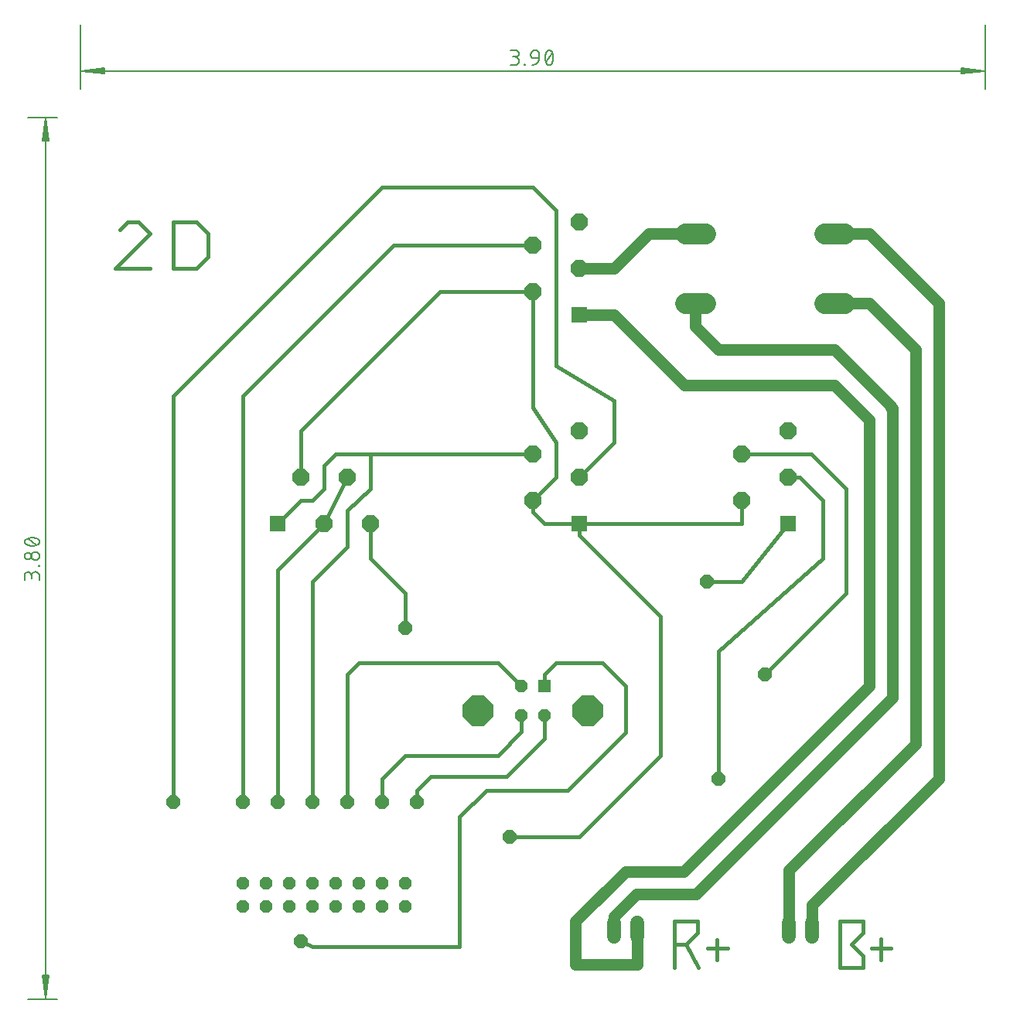
<source format=gbr>
G04 EAGLE Gerber RS-274X export*
G75*
%MOIN*%
%FSLAX34Y34*%
%LPD*%
%INTop Copper*%
%IPPOS*%
%AMOC8*
5,1,8,0,0,1.08239X$1,22.5*%
G01*
%ADD10C,0.005118*%
%ADD11C,0.006000*%
%ADD12P,0.060614X8X22.500000*%
%ADD13C,0.060000*%
%ADD14R,0.070866X0.070866*%
%ADD15P,0.076705X8X22.500000*%
%ADD16P,0.076705X8X292.500000*%
%ADD17P,0.060852X8X22.500000*%
%ADD18R,0.056220X0.056220*%
%ADD19P,0.141307X8X22.500000*%
%ADD20C,0.088500*%
%ADD21P,0.064262X8X202.500000*%
%ADD22C,0.016000*%
%ADD23C,0.050000*%


D10*
X-3000Y0D02*
X-4268Y0D01*
X-4268Y38000D02*
X-3000Y38000D01*
X-3500Y37974D02*
X-3500Y26D01*
X-3626Y1024D01*
X-3374Y1024D01*
X-3500Y26D01*
X-3551Y1024D01*
X-3449Y1024D02*
X-3500Y26D01*
X-3602Y1024D01*
X-3398Y1024D02*
X-3500Y26D01*
X-3626Y36976D02*
X-3500Y37974D01*
X-3626Y36976D02*
X-3374Y36976D01*
X-3500Y37974D01*
X-3551Y36976D01*
X-3449Y36976D02*
X-3500Y37974D01*
X-3602Y36976D01*
X-3398Y36976D02*
X-3500Y37974D01*
D11*
X-3756Y18231D02*
X-3756Y18053D01*
X-3756Y18231D02*
X-3758Y18256D01*
X-3763Y18281D01*
X-3772Y18305D01*
X-3784Y18327D01*
X-3799Y18348D01*
X-3817Y18366D01*
X-3838Y18381D01*
X-3860Y18393D01*
X-3884Y18402D01*
X-3909Y18407D01*
X-3934Y18409D01*
X-3959Y18407D01*
X-3984Y18402D01*
X-4008Y18393D01*
X-4030Y18381D01*
X-4051Y18366D01*
X-4069Y18348D01*
X-4084Y18327D01*
X-4096Y18305D01*
X-4105Y18281D01*
X-4110Y18256D01*
X-4112Y18231D01*
X-4396Y18266D02*
X-4396Y18053D01*
X-4396Y18266D02*
X-4394Y18288D01*
X-4389Y18310D01*
X-4381Y18330D01*
X-4369Y18349D01*
X-4354Y18366D01*
X-4337Y18381D01*
X-4318Y18393D01*
X-4298Y18401D01*
X-4276Y18406D01*
X-4254Y18408D01*
X-4232Y18406D01*
X-4210Y18401D01*
X-4190Y18393D01*
X-4171Y18381D01*
X-4154Y18366D01*
X-4139Y18349D01*
X-4127Y18330D01*
X-4119Y18310D01*
X-4114Y18288D01*
X-4112Y18266D01*
X-4112Y18124D01*
X-3792Y18644D02*
X-3756Y18644D01*
X-3792Y18644D02*
X-3792Y18679D01*
X-3756Y18679D01*
X-3756Y18644D01*
X-3934Y18914D02*
X-3959Y18916D01*
X-3984Y18921D01*
X-4008Y18930D01*
X-4030Y18942D01*
X-4051Y18957D01*
X-4069Y18975D01*
X-4084Y18996D01*
X-4096Y19018D01*
X-4105Y19042D01*
X-4110Y19067D01*
X-4112Y19092D01*
X-4110Y19117D01*
X-4105Y19142D01*
X-4096Y19166D01*
X-4084Y19188D01*
X-4069Y19209D01*
X-4051Y19227D01*
X-4030Y19242D01*
X-4008Y19254D01*
X-3984Y19263D01*
X-3959Y19268D01*
X-3934Y19270D01*
X-3909Y19268D01*
X-3884Y19263D01*
X-3860Y19254D01*
X-3838Y19242D01*
X-3817Y19227D01*
X-3799Y19209D01*
X-3784Y19188D01*
X-3772Y19166D01*
X-3763Y19142D01*
X-3758Y19117D01*
X-3756Y19092D01*
X-3758Y19067D01*
X-3763Y19042D01*
X-3772Y19018D01*
X-3784Y18996D01*
X-3799Y18975D01*
X-3817Y18957D01*
X-3838Y18942D01*
X-3860Y18930D01*
X-3884Y18921D01*
X-3909Y18916D01*
X-3934Y18914D01*
X-4254Y18950D02*
X-4276Y18952D01*
X-4298Y18957D01*
X-4318Y18965D01*
X-4337Y18977D01*
X-4354Y18992D01*
X-4369Y19009D01*
X-4381Y19028D01*
X-4389Y19048D01*
X-4394Y19070D01*
X-4396Y19092D01*
X-4394Y19114D01*
X-4389Y19136D01*
X-4381Y19156D01*
X-4369Y19175D01*
X-4354Y19192D01*
X-4337Y19207D01*
X-4318Y19219D01*
X-4298Y19227D01*
X-4276Y19232D01*
X-4254Y19234D01*
X-4232Y19232D01*
X-4210Y19227D01*
X-4190Y19219D01*
X-4171Y19207D01*
X-4154Y19192D01*
X-4139Y19175D01*
X-4127Y19156D01*
X-4119Y19136D01*
X-4114Y19114D01*
X-4112Y19092D01*
X-4114Y19070D01*
X-4119Y19048D01*
X-4127Y19028D01*
X-4139Y19009D01*
X-4154Y18992D01*
X-4171Y18977D01*
X-4190Y18965D01*
X-4210Y18957D01*
X-4232Y18952D01*
X-4254Y18950D01*
X-4076Y19530D02*
X-4116Y19532D01*
X-4155Y19536D01*
X-4195Y19543D01*
X-4233Y19554D01*
X-4270Y19567D01*
X-4307Y19583D01*
X-4308Y19583D02*
X-4327Y19591D01*
X-4344Y19602D01*
X-4359Y19616D01*
X-4372Y19631D01*
X-4383Y19649D01*
X-4391Y19668D01*
X-4395Y19688D01*
X-4397Y19708D01*
X-4395Y19728D01*
X-4391Y19748D01*
X-4383Y19767D01*
X-4372Y19785D01*
X-4359Y19800D01*
X-4344Y19814D01*
X-4327Y19825D01*
X-4308Y19833D01*
X-4307Y19832D02*
X-4270Y19848D01*
X-4233Y19861D01*
X-4195Y19872D01*
X-4155Y19879D01*
X-4116Y19883D01*
X-4076Y19885D01*
X-4076Y19530D02*
X-4036Y19532D01*
X-3997Y19536D01*
X-3958Y19543D01*
X-3919Y19554D01*
X-3882Y19567D01*
X-3845Y19583D01*
X-3826Y19591D01*
X-3809Y19602D01*
X-3794Y19616D01*
X-3781Y19631D01*
X-3770Y19649D01*
X-3762Y19668D01*
X-3758Y19688D01*
X-3756Y19708D01*
X-3845Y19832D02*
X-3882Y19848D01*
X-3919Y19861D01*
X-3958Y19872D01*
X-3997Y19879D01*
X-4036Y19883D01*
X-4076Y19885D01*
X-3845Y19833D02*
X-3826Y19825D01*
X-3809Y19814D01*
X-3794Y19800D01*
X-3781Y19785D01*
X-3770Y19767D01*
X-3762Y19748D01*
X-3758Y19728D01*
X-3756Y19708D01*
X-3898Y19566D02*
X-4254Y19850D01*
D10*
X37000Y39232D02*
X37000Y42000D01*
X-2000Y42000D02*
X-2000Y39232D01*
X-1974Y40000D02*
X36974Y40000D01*
X35976Y40126D01*
X35976Y39874D01*
X36974Y40000D01*
X35976Y40051D01*
X35976Y39949D02*
X36974Y40000D01*
X35976Y40102D01*
X35976Y39898D02*
X36974Y40000D01*
X-976Y40126D02*
X-1974Y40000D01*
X-976Y40126D02*
X-976Y39874D01*
X-1974Y40000D01*
X-976Y40051D01*
X-976Y39949D02*
X-1974Y40000D01*
X-976Y40102D01*
X-976Y39898D02*
X-1974Y40000D01*
D11*
X16553Y40256D02*
X16731Y40256D01*
X16756Y40258D01*
X16781Y40263D01*
X16805Y40272D01*
X16827Y40284D01*
X16848Y40299D01*
X16866Y40317D01*
X16881Y40338D01*
X16893Y40360D01*
X16902Y40384D01*
X16907Y40409D01*
X16909Y40434D01*
X16907Y40459D01*
X16902Y40484D01*
X16893Y40508D01*
X16881Y40530D01*
X16866Y40551D01*
X16848Y40569D01*
X16827Y40584D01*
X16805Y40596D01*
X16781Y40605D01*
X16756Y40610D01*
X16731Y40612D01*
X16766Y40896D02*
X16553Y40896D01*
X16766Y40896D02*
X16788Y40894D01*
X16810Y40889D01*
X16830Y40881D01*
X16849Y40869D01*
X16866Y40854D01*
X16881Y40837D01*
X16893Y40818D01*
X16901Y40798D01*
X16906Y40776D01*
X16908Y40754D01*
X16906Y40732D01*
X16901Y40710D01*
X16893Y40690D01*
X16881Y40671D01*
X16866Y40654D01*
X16849Y40639D01*
X16830Y40627D01*
X16810Y40619D01*
X16788Y40614D01*
X16766Y40612D01*
X16624Y40612D01*
X17144Y40292D02*
X17144Y40256D01*
X17144Y40292D02*
X17179Y40292D01*
X17179Y40256D01*
X17144Y40256D01*
X17557Y40541D02*
X17770Y40541D01*
X17557Y40541D02*
X17535Y40543D01*
X17513Y40548D01*
X17493Y40556D01*
X17474Y40568D01*
X17457Y40583D01*
X17442Y40600D01*
X17430Y40619D01*
X17422Y40639D01*
X17417Y40661D01*
X17415Y40683D01*
X17415Y40718D01*
X17414Y40718D02*
X17416Y40743D01*
X17421Y40768D01*
X17430Y40792D01*
X17442Y40814D01*
X17457Y40835D01*
X17475Y40853D01*
X17496Y40868D01*
X17518Y40880D01*
X17542Y40889D01*
X17567Y40894D01*
X17592Y40896D01*
X17617Y40894D01*
X17642Y40889D01*
X17666Y40880D01*
X17688Y40868D01*
X17709Y40853D01*
X17727Y40835D01*
X17742Y40814D01*
X17754Y40792D01*
X17763Y40768D01*
X17768Y40743D01*
X17770Y40718D01*
X17770Y40541D01*
X17768Y40509D01*
X17763Y40478D01*
X17754Y40447D01*
X17742Y40418D01*
X17726Y40390D01*
X17708Y40364D01*
X17687Y40340D01*
X17663Y40319D01*
X17637Y40301D01*
X17609Y40285D01*
X17580Y40273D01*
X17549Y40264D01*
X17518Y40259D01*
X17486Y40257D01*
X18030Y40576D02*
X18032Y40616D01*
X18036Y40655D01*
X18043Y40695D01*
X18054Y40733D01*
X18067Y40770D01*
X18083Y40807D01*
X18083Y40808D02*
X18091Y40827D01*
X18102Y40844D01*
X18116Y40859D01*
X18131Y40872D01*
X18149Y40883D01*
X18168Y40891D01*
X18188Y40895D01*
X18208Y40897D01*
X18228Y40895D01*
X18248Y40891D01*
X18267Y40883D01*
X18285Y40872D01*
X18300Y40859D01*
X18314Y40844D01*
X18325Y40827D01*
X18333Y40808D01*
X18332Y40807D02*
X18348Y40770D01*
X18361Y40733D01*
X18372Y40695D01*
X18379Y40655D01*
X18383Y40616D01*
X18385Y40576D01*
X18030Y40576D02*
X18032Y40536D01*
X18036Y40497D01*
X18043Y40458D01*
X18054Y40419D01*
X18067Y40382D01*
X18083Y40345D01*
X18091Y40326D01*
X18102Y40309D01*
X18116Y40294D01*
X18131Y40281D01*
X18149Y40270D01*
X18168Y40262D01*
X18188Y40258D01*
X18208Y40256D01*
X18332Y40345D02*
X18348Y40382D01*
X18361Y40419D01*
X18372Y40458D01*
X18379Y40497D01*
X18383Y40536D01*
X18385Y40576D01*
X18333Y40345D02*
X18325Y40326D01*
X18314Y40309D01*
X18300Y40294D01*
X18285Y40281D01*
X18267Y40270D01*
X18248Y40262D01*
X18228Y40258D01*
X18208Y40256D01*
X18066Y40398D02*
X18350Y40754D01*
D12*
X5000Y5000D03*
X5000Y4000D03*
X6000Y5000D03*
X6000Y4000D03*
X7000Y5000D03*
X7000Y4000D03*
X8000Y5000D03*
X8000Y4000D03*
X9000Y5000D03*
X9000Y4000D03*
X10000Y5000D03*
X10000Y4000D03*
X11000Y5000D03*
X11000Y4000D03*
X12000Y5000D03*
X12000Y4000D03*
D13*
X28550Y3300D02*
X28550Y2700D01*
X29550Y2700D02*
X29550Y3300D01*
D14*
X19500Y29500D03*
D15*
X19500Y31500D03*
X19500Y33500D03*
X17500Y30500D03*
X17500Y32500D03*
D14*
X6500Y20500D03*
D16*
X8500Y20500D03*
X10500Y20500D03*
X7500Y22500D03*
X9500Y22500D03*
D14*
X19500Y20500D03*
D15*
X19500Y22500D03*
X19500Y24500D03*
X17500Y21500D03*
X17500Y23500D03*
D14*
X28500Y20500D03*
D15*
X28500Y22500D03*
X28500Y24500D03*
X26500Y21500D03*
X26500Y23500D03*
D13*
X21000Y3300D02*
X21000Y2700D01*
X22000Y2700D02*
X22000Y3300D01*
D17*
X17016Y13500D03*
D18*
X18000Y13500D03*
D17*
X18000Y12236D03*
X17016Y12236D03*
D19*
X15138Y12435D03*
X19878Y12435D03*
D20*
X30058Y30000D02*
X30943Y30000D01*
X24943Y30000D02*
X24058Y30000D01*
X24058Y33000D02*
X24943Y33000D01*
X30058Y33000D02*
X30943Y33000D01*
D21*
X2000Y8500D03*
X25500Y9500D03*
X25000Y18000D03*
X27500Y14000D03*
X5000Y8500D03*
X6500Y8500D03*
X7500Y2500D03*
X8000Y8500D03*
X12000Y16000D03*
X9500Y8500D03*
X16500Y7000D03*
X11000Y8500D03*
X12500Y8500D03*
D22*
X-300Y33150D02*
X50Y33500D01*
X-500Y31500D02*
X1000Y31500D01*
X500Y33500D02*
X50Y33500D01*
X500Y33500D02*
X1000Y33000D01*
X-500Y31500D01*
D23*
X30500Y33000D02*
X32000Y33000D01*
X35000Y9500D02*
X29550Y4050D01*
X29550Y3000D01*
X35000Y9500D02*
X35000Y30000D01*
X32000Y33000D01*
X21000Y29500D02*
X19500Y29500D01*
X21000Y29500D02*
X24050Y26450D01*
X30500Y26450D01*
X32000Y24950D02*
X32000Y13500D01*
X21500Y5500D02*
X19350Y3350D01*
X19350Y1500D01*
X22000Y1500D01*
X22000Y3000D01*
X21500Y5500D02*
X24000Y5500D01*
X32000Y24950D02*
X30500Y26450D01*
X32000Y13500D02*
X24000Y5500D01*
D22*
X19500Y22500D02*
X21000Y24000D01*
X11000Y35000D02*
X2000Y26000D01*
X11000Y35000D02*
X17500Y35000D01*
X21000Y25800D02*
X21000Y24000D01*
X2000Y26000D02*
X2000Y8500D01*
X18500Y27300D02*
X21000Y25800D01*
X18500Y27300D02*
X18500Y34000D01*
X17500Y35000D01*
X17500Y32500D02*
X11500Y32500D01*
X5000Y26000D01*
X5000Y8500D01*
X6500Y18500D02*
X8500Y20500D01*
X6500Y18500D02*
X6500Y8500D01*
X8500Y20500D02*
X9500Y22500D01*
X7500Y21500D02*
X6500Y20500D01*
X7500Y21500D02*
X8000Y21500D01*
X8500Y22000D01*
X9500Y21050D02*
X9500Y19500D01*
X10500Y23500D02*
X17500Y23500D01*
X10500Y23500D02*
X9000Y23500D01*
X8500Y23000D02*
X8500Y22000D01*
X9500Y21050D02*
X10500Y22000D01*
X10500Y23500D01*
X9000Y23500D02*
X8500Y23000D01*
X9500Y19500D02*
X8000Y18000D01*
X8000Y8500D01*
X30750Y3350D02*
X31750Y3350D01*
X31750Y2850D01*
X31250Y2350D01*
X31750Y1850D01*
X31750Y1350D01*
X30750Y1350D01*
X30750Y3350D01*
X24100Y2350D02*
X23600Y2350D01*
X23600Y3350D02*
X24600Y3350D01*
X24600Y2850D01*
X24100Y2350D02*
X24650Y1350D01*
X24100Y2350D02*
X24600Y2850D01*
X23600Y3350D02*
X23600Y1350D01*
X25050Y2200D02*
X25450Y2200D01*
X25900Y2200D01*
X25450Y2200D02*
X25450Y2550D01*
X25450Y2200D02*
X25450Y1700D01*
D23*
X24500Y33000D02*
X22500Y33000D01*
X21000Y31500D01*
X19500Y31500D01*
X24500Y30000D02*
X24500Y29000D01*
X25500Y28000D02*
X30500Y28000D01*
X32950Y25500D02*
X33000Y25450D01*
X33000Y13000D01*
X21000Y3550D02*
X21000Y3000D01*
X21000Y3550D02*
X21975Y4525D01*
X24525Y4525D01*
D22*
X32950Y25500D02*
X32950Y25550D01*
D23*
X30500Y28000D01*
X33000Y13000D02*
X24525Y4525D01*
X25500Y28000D02*
X24500Y29000D01*
X34000Y11000D02*
X28550Y5550D01*
X30500Y30000D02*
X32000Y30000D01*
X28550Y5550D02*
X28550Y3000D01*
X34000Y28000D02*
X32000Y30000D01*
X34000Y28000D02*
X34000Y11000D01*
D22*
X32500Y2600D02*
X32500Y2200D01*
X32500Y1700D01*
X32500Y2200D02*
X32950Y2200D01*
X32500Y2200D02*
X32100Y2200D01*
X2000Y31500D02*
X2000Y33500D01*
X3000Y33500D01*
X3500Y33000D01*
X3500Y32000D01*
X3000Y31500D01*
X2000Y31500D01*
X26500Y18000D02*
X28500Y20500D01*
X26500Y18000D02*
X25000Y18000D01*
X9500Y14000D02*
X9500Y8500D01*
X9500Y14000D02*
X10000Y14500D01*
X16016Y14500D02*
X17016Y13500D01*
X16016Y14500D02*
X10000Y14500D01*
X11000Y9500D02*
X11000Y8500D01*
X11000Y9500D02*
X12000Y10500D01*
X16000Y10500D01*
X17016Y11516D02*
X17016Y12236D01*
X17016Y11516D02*
X16000Y10500D01*
X25500Y9500D02*
X25500Y15000D01*
X30000Y19000D02*
X30000Y21500D01*
X29000Y22500D01*
X28500Y22500D01*
X30000Y19000D02*
X25500Y15000D01*
X31000Y17500D02*
X31000Y22000D01*
X31000Y17500D02*
X27500Y14000D01*
X26500Y23500D02*
X29500Y23500D01*
X31000Y22000D01*
X14350Y2250D02*
X8000Y2250D01*
X14350Y2250D02*
X14350Y7850D01*
X15500Y9000D01*
X19000Y9000D01*
X21500Y11500D01*
X21500Y13500D01*
X20500Y14500D01*
X18500Y14500D01*
X18000Y14000D01*
X18000Y13500D01*
X8000Y2250D02*
X7500Y2500D01*
X10500Y19000D02*
X10500Y20500D01*
X10500Y19000D02*
X12000Y17500D01*
X12000Y16000D01*
X7500Y22500D02*
X7500Y24500D01*
X18000Y20500D02*
X19500Y20500D01*
X18000Y20500D02*
X17500Y21000D01*
X17500Y21500D01*
X23000Y16500D02*
X23000Y10500D01*
X19500Y20500D02*
X26500Y20500D01*
X26500Y21500D01*
X23000Y16500D02*
X19500Y20000D01*
X19500Y20500D01*
X13500Y30500D02*
X7500Y24500D01*
X13500Y30500D02*
X17500Y30500D01*
X17500Y25500D01*
X23000Y10500D02*
X19500Y7000D01*
X16500Y7000D01*
X18500Y24000D02*
X17500Y25500D01*
X18500Y24000D02*
X18500Y22500D01*
X17500Y21500D01*
X12500Y9000D02*
X12500Y8500D01*
X18000Y11236D02*
X18000Y12236D01*
X18000Y11236D02*
X16364Y9600D01*
X13100Y9600D01*
X12500Y9000D01*
M02*

</source>
